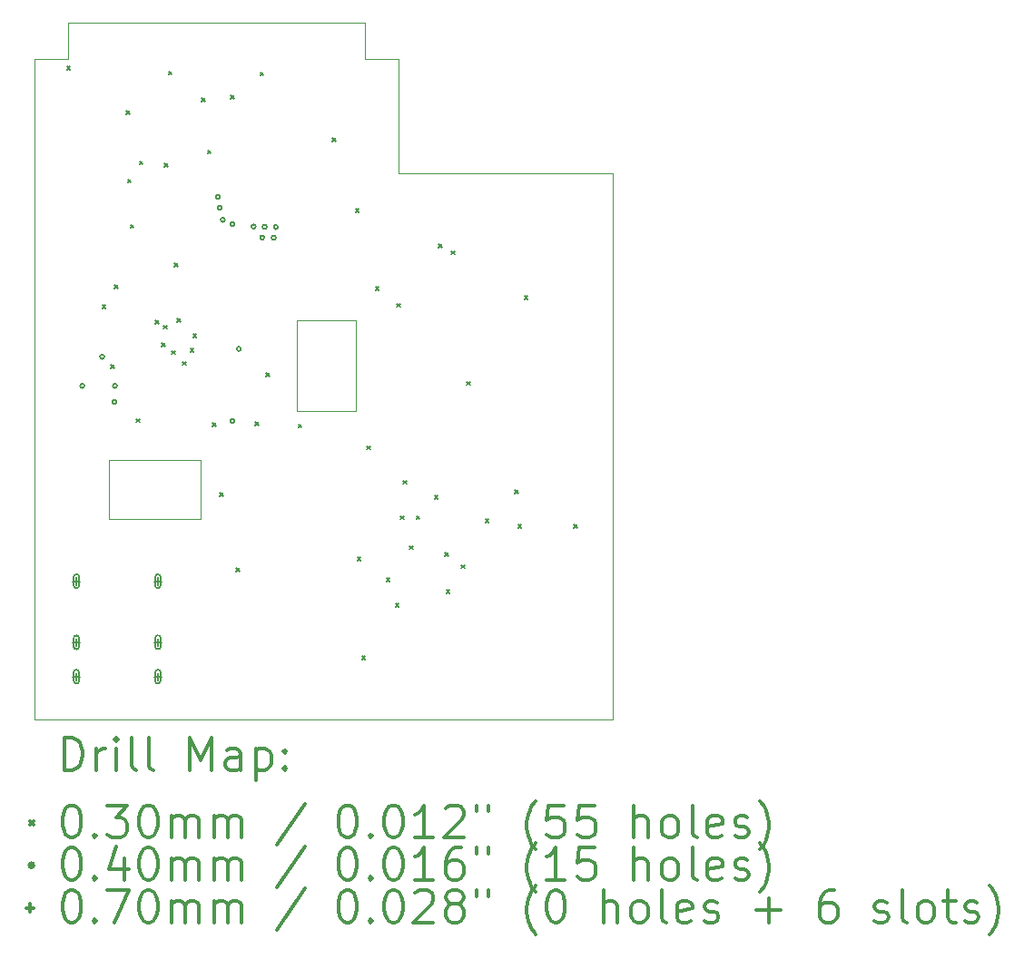
<source format=gbr>
%FSLAX45Y45*%
G04 Gerber Fmt 4.5, Leading zero omitted, Abs format (unit mm)*
G04 Created by KiCad (PCBNEW (5.1.7)-1) date 2022-01-01 19:06:48*
%MOMM*%
%LPD*%
G01*
G04 APERTURE LIST*
%TA.AperFunction,Profile*%
%ADD10C,0.100000*%
%TD*%
%ADD11C,0.200000*%
%ADD12C,0.300000*%
G04 APERTURE END LIST*
D10*
X6700000Y-6550000D02*
X6700000Y-7400000D01*
X7250000Y-6550000D02*
X6700000Y-6550000D01*
X6700000Y-7400000D02*
X7250000Y-7400000D01*
X7250000Y-7400000D02*
X7250000Y-6550000D01*
X4950000Y-8400000D02*
X5800000Y-8400000D01*
X4950000Y-7850000D02*
X4950000Y-8400000D01*
X5800000Y-7850000D02*
X4950000Y-7850000D01*
X5800000Y-8400000D02*
X5800000Y-7850000D01*
X7650000Y-5175000D02*
X7650000Y-4115000D01*
X9650000Y-5175000D02*
X7650000Y-5175000D01*
X9650000Y-10275000D02*
X9650000Y-5175000D01*
X7650000Y-10275000D02*
X9650000Y-10275000D01*
X6895000Y-10275000D02*
X4250000Y-10275000D01*
X4430000Y-4115000D02*
X4565000Y-4115000D01*
X4565000Y-4115000D02*
X4565000Y-3775000D01*
X4250000Y-4115000D02*
X4430000Y-4115000D01*
X7247410Y-3774720D02*
X7334970Y-3774720D01*
X7650000Y-4115000D02*
X7335000Y-4115000D01*
X7335000Y-4115000D02*
X7334970Y-3774720D01*
X4565000Y-3774720D02*
X7247410Y-3774720D01*
X4250000Y-4115000D02*
X4250000Y-10275000D01*
X6895000Y-10275000D02*
X7650000Y-10275000D01*
D11*
X4555000Y-4182500D02*
X4585000Y-4212500D01*
X4585000Y-4182500D02*
X4555000Y-4212500D01*
X4887500Y-6410000D02*
X4917500Y-6440000D01*
X4917500Y-6410000D02*
X4887500Y-6440000D01*
X4965000Y-6965000D02*
X4995000Y-6995000D01*
X4995000Y-6965000D02*
X4965000Y-6995000D01*
X5000000Y-6220000D02*
X5030000Y-6250000D01*
X5030000Y-6220000D02*
X5000000Y-6250000D01*
X5110000Y-4595000D02*
X5140000Y-4625000D01*
X5140000Y-4595000D02*
X5110000Y-4625000D01*
X5125000Y-5235000D02*
X5155000Y-5265000D01*
X5155000Y-5235000D02*
X5125000Y-5265000D01*
X5150000Y-5657500D02*
X5180000Y-5687500D01*
X5180000Y-5657500D02*
X5150000Y-5687500D01*
X5205000Y-7470000D02*
X5235000Y-7500000D01*
X5235000Y-7470000D02*
X5205000Y-7500000D01*
X5232500Y-5065000D02*
X5262500Y-5095000D01*
X5262500Y-5065000D02*
X5232500Y-5095000D01*
X5380000Y-6550000D02*
X5410000Y-6580000D01*
X5410000Y-6550000D02*
X5380000Y-6580000D01*
X5440000Y-6765000D02*
X5470000Y-6795000D01*
X5470000Y-6765000D02*
X5440000Y-6795000D01*
X5460000Y-6600000D02*
X5490000Y-6630000D01*
X5490000Y-6600000D02*
X5460000Y-6630000D01*
X5467500Y-5087500D02*
X5497500Y-5117500D01*
X5497500Y-5087500D02*
X5467500Y-5117500D01*
X5505000Y-4227500D02*
X5535000Y-4257500D01*
X5535000Y-4227500D02*
X5505000Y-4257500D01*
X5535000Y-6835000D02*
X5565000Y-6865000D01*
X5565000Y-6835000D02*
X5535000Y-6865000D01*
X5560000Y-6017500D02*
X5590000Y-6047500D01*
X5590000Y-6017500D02*
X5560000Y-6047500D01*
X5584999Y-6535000D02*
X5614999Y-6565000D01*
X5614999Y-6535000D02*
X5584999Y-6565000D01*
X5635000Y-6935000D02*
X5665000Y-6965000D01*
X5665000Y-6935000D02*
X5635000Y-6965000D01*
X5707497Y-6812500D02*
X5737497Y-6842500D01*
X5737497Y-6812500D02*
X5707497Y-6842500D01*
X5735000Y-6680000D02*
X5765000Y-6710000D01*
X5765000Y-6680000D02*
X5735000Y-6710000D01*
X5812500Y-4477500D02*
X5842500Y-4507500D01*
X5842500Y-4477500D02*
X5812500Y-4507500D01*
X5870000Y-4965000D02*
X5900000Y-4995000D01*
X5900000Y-4965000D02*
X5870000Y-4995000D01*
X5915000Y-7510000D02*
X5945000Y-7540000D01*
X5945000Y-7510000D02*
X5915000Y-7540000D01*
X5985000Y-8160000D02*
X6015000Y-8190000D01*
X6015000Y-8160000D02*
X5985000Y-8190000D01*
X6085000Y-4450000D02*
X6115000Y-4480000D01*
X6115000Y-4450000D02*
X6085000Y-4480000D01*
X6135000Y-8865000D02*
X6165000Y-8895000D01*
X6165000Y-8865000D02*
X6135000Y-8895000D01*
X6315000Y-7500000D02*
X6345000Y-7530000D01*
X6345000Y-7500000D02*
X6315000Y-7530000D01*
X6360000Y-4235000D02*
X6390000Y-4265000D01*
X6390000Y-4235000D02*
X6360000Y-4265000D01*
X6415000Y-7045000D02*
X6445000Y-7075000D01*
X6445000Y-7045000D02*
X6415000Y-7075000D01*
X6717500Y-7522500D02*
X6747500Y-7552500D01*
X6747500Y-7522500D02*
X6717500Y-7552500D01*
X7035000Y-4850000D02*
X7065000Y-4880000D01*
X7065000Y-4850000D02*
X7035000Y-4880000D01*
X7250000Y-5510000D02*
X7280000Y-5540000D01*
X7280000Y-5510000D02*
X7250000Y-5540000D01*
X7265000Y-8760000D02*
X7295000Y-8790000D01*
X7295000Y-8760000D02*
X7265000Y-8790000D01*
X7310000Y-9685000D02*
X7340000Y-9715000D01*
X7340000Y-9685000D02*
X7310000Y-9715000D01*
X7355000Y-7725000D02*
X7385000Y-7755000D01*
X7385000Y-7725000D02*
X7355000Y-7755000D01*
X7435284Y-6239799D02*
X7465284Y-6269799D01*
X7465284Y-6239799D02*
X7435284Y-6269799D01*
X7534999Y-8955001D02*
X7564999Y-8985001D01*
X7564999Y-8955001D02*
X7534999Y-8985001D01*
X7620000Y-9195000D02*
X7650000Y-9225000D01*
X7650000Y-9195000D02*
X7620000Y-9225000D01*
X7635000Y-6395000D02*
X7665000Y-6425000D01*
X7665000Y-6395000D02*
X7635000Y-6425000D01*
X7670000Y-8375000D02*
X7700000Y-8405000D01*
X7700000Y-8375000D02*
X7670000Y-8405000D01*
X7692500Y-8047500D02*
X7722500Y-8077500D01*
X7722500Y-8047500D02*
X7692500Y-8077500D01*
X7755000Y-8655000D02*
X7785000Y-8685000D01*
X7785000Y-8655000D02*
X7755000Y-8685000D01*
X7815000Y-8375000D02*
X7845000Y-8405000D01*
X7845000Y-8375000D02*
X7815000Y-8405000D01*
X7985000Y-8185000D02*
X8015000Y-8215000D01*
X8015000Y-8185000D02*
X7985000Y-8215000D01*
X8025000Y-5840000D02*
X8055000Y-5870000D01*
X8055000Y-5840000D02*
X8025000Y-5870000D01*
X8085000Y-8720000D02*
X8115000Y-8750000D01*
X8115000Y-8720000D02*
X8085000Y-8750000D01*
X8095000Y-9065000D02*
X8125000Y-9095000D01*
X8125000Y-9065000D02*
X8095000Y-9095000D01*
X8140000Y-5905000D02*
X8170000Y-5935000D01*
X8170000Y-5905000D02*
X8140000Y-5935000D01*
X8235000Y-8835000D02*
X8265000Y-8865000D01*
X8265000Y-8835000D02*
X8235000Y-8865000D01*
X8285000Y-7125000D02*
X8315000Y-7155000D01*
X8315000Y-7125000D02*
X8285000Y-7155000D01*
X8458750Y-8406250D02*
X8488750Y-8436250D01*
X8488750Y-8406250D02*
X8458750Y-8436250D01*
X8735000Y-8135000D02*
X8765000Y-8165000D01*
X8765000Y-8135000D02*
X8735000Y-8165000D01*
X8765000Y-8455000D02*
X8795000Y-8485000D01*
X8795000Y-8455000D02*
X8765000Y-8485000D01*
X8825000Y-6325000D02*
X8855000Y-6355000D01*
X8855000Y-6325000D02*
X8825000Y-6355000D01*
X9285000Y-8455000D02*
X9315000Y-8485000D01*
X9315000Y-8455000D02*
X9285000Y-8485000D01*
X4719000Y-7162800D02*
G75*
G03*
X4719000Y-7162800I-20000J0D01*
G01*
X4905000Y-6890000D02*
G75*
G03*
X4905000Y-6890000I-20000J0D01*
G01*
X5020000Y-7310000D02*
G75*
G03*
X5020000Y-7310000I-20000J0D01*
G01*
X5023800Y-7162800D02*
G75*
G03*
X5023800Y-7162800I-20000J0D01*
G01*
X5985000Y-5400000D02*
G75*
G03*
X5985000Y-5400000I-20000J0D01*
G01*
X6002500Y-5500000D02*
G75*
G03*
X6002500Y-5500000I-20000J0D01*
G01*
X6030000Y-5612500D02*
G75*
G03*
X6030000Y-5612500I-20000J0D01*
G01*
X6120000Y-5652500D02*
G75*
G03*
X6120000Y-5652500I-20000J0D01*
G01*
X6120000Y-7490000D02*
G75*
G03*
X6120000Y-7490000I-20000J0D01*
G01*
X6180000Y-6815451D02*
G75*
G03*
X6180000Y-6815451I-20000J0D01*
G01*
X6317500Y-5675000D02*
G75*
G03*
X6317500Y-5675000I-20000J0D01*
G01*
X6397500Y-5777500D02*
G75*
G03*
X6397500Y-5777500I-20000J0D01*
G01*
X6420000Y-5677500D02*
G75*
G03*
X6420000Y-5677500I-20000J0D01*
G01*
X6505000Y-5780000D02*
G75*
G03*
X6505000Y-5780000I-20000J0D01*
G01*
X6525000Y-5680000D02*
G75*
G03*
X6525000Y-5680000I-20000J0D01*
G01*
X4645000Y-8950000D02*
X4645000Y-9020000D01*
X4610000Y-8985000D02*
X4680000Y-8985000D01*
X4670000Y-9025000D02*
X4670000Y-8945000D01*
X4620000Y-9025000D02*
X4620000Y-8945000D01*
X4670000Y-8945000D02*
G75*
G03*
X4620000Y-8945000I-25000J0D01*
G01*
X4620000Y-9025000D02*
G75*
G03*
X4670000Y-9025000I25000J0D01*
G01*
X4645000Y-9520000D02*
X4645000Y-9590000D01*
X4610000Y-9555000D02*
X4680000Y-9555000D01*
X4670000Y-9595000D02*
X4670000Y-9515000D01*
X4620000Y-9595000D02*
X4620000Y-9515000D01*
X4670000Y-9515000D02*
G75*
G03*
X4620000Y-9515000I-25000J0D01*
G01*
X4620000Y-9595000D02*
G75*
G03*
X4670000Y-9595000I25000J0D01*
G01*
X4645000Y-9840000D02*
X4645000Y-9910000D01*
X4610000Y-9875000D02*
X4680000Y-9875000D01*
X4670000Y-9915000D02*
X4670000Y-9835000D01*
X4620000Y-9915000D02*
X4620000Y-9835000D01*
X4670000Y-9835000D02*
G75*
G03*
X4620000Y-9835000I-25000J0D01*
G01*
X4620000Y-9915000D02*
G75*
G03*
X4670000Y-9915000I25000J0D01*
G01*
X5405000Y-8950000D02*
X5405000Y-9020000D01*
X5370000Y-8985000D02*
X5440000Y-8985000D01*
X5430000Y-9025000D02*
X5430000Y-8945000D01*
X5380000Y-9025000D02*
X5380000Y-8945000D01*
X5430000Y-8945000D02*
G75*
G03*
X5380000Y-8945000I-25000J0D01*
G01*
X5380000Y-9025000D02*
G75*
G03*
X5430000Y-9025000I25000J0D01*
G01*
X5405000Y-9520000D02*
X5405000Y-9590000D01*
X5370000Y-9555000D02*
X5440000Y-9555000D01*
X5430000Y-9595000D02*
X5430000Y-9515000D01*
X5380000Y-9595000D02*
X5380000Y-9515000D01*
X5430000Y-9515000D02*
G75*
G03*
X5380000Y-9515000I-25000J0D01*
G01*
X5380000Y-9595000D02*
G75*
G03*
X5430000Y-9595000I25000J0D01*
G01*
X5405000Y-9840000D02*
X5405000Y-9910000D01*
X5370000Y-9875000D02*
X5440000Y-9875000D01*
X5430000Y-9915000D02*
X5430000Y-9835000D01*
X5380000Y-9915000D02*
X5380000Y-9835000D01*
X5430000Y-9835000D02*
G75*
G03*
X5380000Y-9835000I-25000J0D01*
G01*
X5380000Y-9915000D02*
G75*
G03*
X5430000Y-9915000I25000J0D01*
G01*
D12*
X4531428Y-10745714D02*
X4531428Y-10445714D01*
X4602857Y-10445714D01*
X4645714Y-10460000D01*
X4674286Y-10488572D01*
X4688571Y-10517143D01*
X4702857Y-10574286D01*
X4702857Y-10617143D01*
X4688571Y-10674286D01*
X4674286Y-10702857D01*
X4645714Y-10731429D01*
X4602857Y-10745714D01*
X4531428Y-10745714D01*
X4831428Y-10745714D02*
X4831428Y-10545714D01*
X4831428Y-10602857D02*
X4845714Y-10574286D01*
X4860000Y-10560000D01*
X4888571Y-10545714D01*
X4917143Y-10545714D01*
X5017143Y-10745714D02*
X5017143Y-10545714D01*
X5017143Y-10445714D02*
X5002857Y-10460000D01*
X5017143Y-10474286D01*
X5031428Y-10460000D01*
X5017143Y-10445714D01*
X5017143Y-10474286D01*
X5202857Y-10745714D02*
X5174286Y-10731429D01*
X5160000Y-10702857D01*
X5160000Y-10445714D01*
X5360000Y-10745714D02*
X5331428Y-10731429D01*
X5317143Y-10702857D01*
X5317143Y-10445714D01*
X5702857Y-10745714D02*
X5702857Y-10445714D01*
X5802857Y-10660000D01*
X5902857Y-10445714D01*
X5902857Y-10745714D01*
X6174286Y-10745714D02*
X6174286Y-10588572D01*
X6160000Y-10560000D01*
X6131428Y-10545714D01*
X6074286Y-10545714D01*
X6045714Y-10560000D01*
X6174286Y-10731429D02*
X6145714Y-10745714D01*
X6074286Y-10745714D01*
X6045714Y-10731429D01*
X6031428Y-10702857D01*
X6031428Y-10674286D01*
X6045714Y-10645714D01*
X6074286Y-10631429D01*
X6145714Y-10631429D01*
X6174286Y-10617143D01*
X6317143Y-10545714D02*
X6317143Y-10845714D01*
X6317143Y-10560000D02*
X6345714Y-10545714D01*
X6402857Y-10545714D01*
X6431428Y-10560000D01*
X6445714Y-10574286D01*
X6460000Y-10602857D01*
X6460000Y-10688572D01*
X6445714Y-10717143D01*
X6431428Y-10731429D01*
X6402857Y-10745714D01*
X6345714Y-10745714D01*
X6317143Y-10731429D01*
X6588571Y-10717143D02*
X6602857Y-10731429D01*
X6588571Y-10745714D01*
X6574286Y-10731429D01*
X6588571Y-10717143D01*
X6588571Y-10745714D01*
X6588571Y-10560000D02*
X6602857Y-10574286D01*
X6588571Y-10588572D01*
X6574286Y-10574286D01*
X6588571Y-10560000D01*
X6588571Y-10588572D01*
X4215000Y-11225000D02*
X4245000Y-11255000D01*
X4245000Y-11225000D02*
X4215000Y-11255000D01*
X4588571Y-11075714D02*
X4617143Y-11075714D01*
X4645714Y-11090000D01*
X4660000Y-11104286D01*
X4674286Y-11132857D01*
X4688571Y-11190000D01*
X4688571Y-11261429D01*
X4674286Y-11318571D01*
X4660000Y-11347143D01*
X4645714Y-11361429D01*
X4617143Y-11375714D01*
X4588571Y-11375714D01*
X4560000Y-11361429D01*
X4545714Y-11347143D01*
X4531428Y-11318571D01*
X4517143Y-11261429D01*
X4517143Y-11190000D01*
X4531428Y-11132857D01*
X4545714Y-11104286D01*
X4560000Y-11090000D01*
X4588571Y-11075714D01*
X4817143Y-11347143D02*
X4831428Y-11361429D01*
X4817143Y-11375714D01*
X4802857Y-11361429D01*
X4817143Y-11347143D01*
X4817143Y-11375714D01*
X4931428Y-11075714D02*
X5117143Y-11075714D01*
X5017143Y-11190000D01*
X5060000Y-11190000D01*
X5088571Y-11204286D01*
X5102857Y-11218571D01*
X5117143Y-11247143D01*
X5117143Y-11318571D01*
X5102857Y-11347143D01*
X5088571Y-11361429D01*
X5060000Y-11375714D01*
X4974286Y-11375714D01*
X4945714Y-11361429D01*
X4931428Y-11347143D01*
X5302857Y-11075714D02*
X5331428Y-11075714D01*
X5360000Y-11090000D01*
X5374286Y-11104286D01*
X5388571Y-11132857D01*
X5402857Y-11190000D01*
X5402857Y-11261429D01*
X5388571Y-11318571D01*
X5374286Y-11347143D01*
X5360000Y-11361429D01*
X5331428Y-11375714D01*
X5302857Y-11375714D01*
X5274286Y-11361429D01*
X5260000Y-11347143D01*
X5245714Y-11318571D01*
X5231428Y-11261429D01*
X5231428Y-11190000D01*
X5245714Y-11132857D01*
X5260000Y-11104286D01*
X5274286Y-11090000D01*
X5302857Y-11075714D01*
X5531428Y-11375714D02*
X5531428Y-11175714D01*
X5531428Y-11204286D02*
X5545714Y-11190000D01*
X5574286Y-11175714D01*
X5617143Y-11175714D01*
X5645714Y-11190000D01*
X5660000Y-11218571D01*
X5660000Y-11375714D01*
X5660000Y-11218571D02*
X5674286Y-11190000D01*
X5702857Y-11175714D01*
X5745714Y-11175714D01*
X5774286Y-11190000D01*
X5788571Y-11218571D01*
X5788571Y-11375714D01*
X5931428Y-11375714D02*
X5931428Y-11175714D01*
X5931428Y-11204286D02*
X5945714Y-11190000D01*
X5974286Y-11175714D01*
X6017143Y-11175714D01*
X6045714Y-11190000D01*
X6060000Y-11218571D01*
X6060000Y-11375714D01*
X6060000Y-11218571D02*
X6074286Y-11190000D01*
X6102857Y-11175714D01*
X6145714Y-11175714D01*
X6174286Y-11190000D01*
X6188571Y-11218571D01*
X6188571Y-11375714D01*
X6774286Y-11061429D02*
X6517143Y-11447143D01*
X7160000Y-11075714D02*
X7188571Y-11075714D01*
X7217143Y-11090000D01*
X7231428Y-11104286D01*
X7245714Y-11132857D01*
X7260000Y-11190000D01*
X7260000Y-11261429D01*
X7245714Y-11318571D01*
X7231428Y-11347143D01*
X7217143Y-11361429D01*
X7188571Y-11375714D01*
X7160000Y-11375714D01*
X7131428Y-11361429D01*
X7117143Y-11347143D01*
X7102857Y-11318571D01*
X7088571Y-11261429D01*
X7088571Y-11190000D01*
X7102857Y-11132857D01*
X7117143Y-11104286D01*
X7131428Y-11090000D01*
X7160000Y-11075714D01*
X7388571Y-11347143D02*
X7402857Y-11361429D01*
X7388571Y-11375714D01*
X7374286Y-11361429D01*
X7388571Y-11347143D01*
X7388571Y-11375714D01*
X7588571Y-11075714D02*
X7617143Y-11075714D01*
X7645714Y-11090000D01*
X7660000Y-11104286D01*
X7674286Y-11132857D01*
X7688571Y-11190000D01*
X7688571Y-11261429D01*
X7674286Y-11318571D01*
X7660000Y-11347143D01*
X7645714Y-11361429D01*
X7617143Y-11375714D01*
X7588571Y-11375714D01*
X7560000Y-11361429D01*
X7545714Y-11347143D01*
X7531428Y-11318571D01*
X7517143Y-11261429D01*
X7517143Y-11190000D01*
X7531428Y-11132857D01*
X7545714Y-11104286D01*
X7560000Y-11090000D01*
X7588571Y-11075714D01*
X7974286Y-11375714D02*
X7802857Y-11375714D01*
X7888571Y-11375714D02*
X7888571Y-11075714D01*
X7860000Y-11118572D01*
X7831428Y-11147143D01*
X7802857Y-11161429D01*
X8088571Y-11104286D02*
X8102857Y-11090000D01*
X8131428Y-11075714D01*
X8202857Y-11075714D01*
X8231428Y-11090000D01*
X8245714Y-11104286D01*
X8260000Y-11132857D01*
X8260000Y-11161429D01*
X8245714Y-11204286D01*
X8074286Y-11375714D01*
X8260000Y-11375714D01*
X8374286Y-11075714D02*
X8374286Y-11132857D01*
X8488571Y-11075714D02*
X8488571Y-11132857D01*
X8931428Y-11490000D02*
X8917143Y-11475714D01*
X8888571Y-11432857D01*
X8874286Y-11404286D01*
X8860000Y-11361429D01*
X8845714Y-11290000D01*
X8845714Y-11232857D01*
X8860000Y-11161429D01*
X8874286Y-11118572D01*
X8888571Y-11090000D01*
X8917143Y-11047143D01*
X8931428Y-11032857D01*
X9188571Y-11075714D02*
X9045714Y-11075714D01*
X9031428Y-11218571D01*
X9045714Y-11204286D01*
X9074286Y-11190000D01*
X9145714Y-11190000D01*
X9174286Y-11204286D01*
X9188571Y-11218571D01*
X9202857Y-11247143D01*
X9202857Y-11318571D01*
X9188571Y-11347143D01*
X9174286Y-11361429D01*
X9145714Y-11375714D01*
X9074286Y-11375714D01*
X9045714Y-11361429D01*
X9031428Y-11347143D01*
X9474286Y-11075714D02*
X9331428Y-11075714D01*
X9317143Y-11218571D01*
X9331428Y-11204286D01*
X9360000Y-11190000D01*
X9431428Y-11190000D01*
X9460000Y-11204286D01*
X9474286Y-11218571D01*
X9488571Y-11247143D01*
X9488571Y-11318571D01*
X9474286Y-11347143D01*
X9460000Y-11361429D01*
X9431428Y-11375714D01*
X9360000Y-11375714D01*
X9331428Y-11361429D01*
X9317143Y-11347143D01*
X9845714Y-11375714D02*
X9845714Y-11075714D01*
X9974286Y-11375714D02*
X9974286Y-11218571D01*
X9960000Y-11190000D01*
X9931428Y-11175714D01*
X9888571Y-11175714D01*
X9860000Y-11190000D01*
X9845714Y-11204286D01*
X10160000Y-11375714D02*
X10131428Y-11361429D01*
X10117143Y-11347143D01*
X10102857Y-11318571D01*
X10102857Y-11232857D01*
X10117143Y-11204286D01*
X10131428Y-11190000D01*
X10160000Y-11175714D01*
X10202857Y-11175714D01*
X10231428Y-11190000D01*
X10245714Y-11204286D01*
X10260000Y-11232857D01*
X10260000Y-11318571D01*
X10245714Y-11347143D01*
X10231428Y-11361429D01*
X10202857Y-11375714D01*
X10160000Y-11375714D01*
X10431428Y-11375714D02*
X10402857Y-11361429D01*
X10388571Y-11332857D01*
X10388571Y-11075714D01*
X10660000Y-11361429D02*
X10631428Y-11375714D01*
X10574286Y-11375714D01*
X10545714Y-11361429D01*
X10531428Y-11332857D01*
X10531428Y-11218571D01*
X10545714Y-11190000D01*
X10574286Y-11175714D01*
X10631428Y-11175714D01*
X10660000Y-11190000D01*
X10674286Y-11218571D01*
X10674286Y-11247143D01*
X10531428Y-11275714D01*
X10788571Y-11361429D02*
X10817143Y-11375714D01*
X10874286Y-11375714D01*
X10902857Y-11361429D01*
X10917143Y-11332857D01*
X10917143Y-11318571D01*
X10902857Y-11290000D01*
X10874286Y-11275714D01*
X10831428Y-11275714D01*
X10802857Y-11261429D01*
X10788571Y-11232857D01*
X10788571Y-11218571D01*
X10802857Y-11190000D01*
X10831428Y-11175714D01*
X10874286Y-11175714D01*
X10902857Y-11190000D01*
X11017143Y-11490000D02*
X11031428Y-11475714D01*
X11060000Y-11432857D01*
X11074286Y-11404286D01*
X11088571Y-11361429D01*
X11102857Y-11290000D01*
X11102857Y-11232857D01*
X11088571Y-11161429D01*
X11074286Y-11118572D01*
X11060000Y-11090000D01*
X11031428Y-11047143D01*
X11017143Y-11032857D01*
X4245000Y-11636000D02*
G75*
G03*
X4245000Y-11636000I-20000J0D01*
G01*
X4588571Y-11471714D02*
X4617143Y-11471714D01*
X4645714Y-11486000D01*
X4660000Y-11500286D01*
X4674286Y-11528857D01*
X4688571Y-11586000D01*
X4688571Y-11657429D01*
X4674286Y-11714571D01*
X4660000Y-11743143D01*
X4645714Y-11757429D01*
X4617143Y-11771714D01*
X4588571Y-11771714D01*
X4560000Y-11757429D01*
X4545714Y-11743143D01*
X4531428Y-11714571D01*
X4517143Y-11657429D01*
X4517143Y-11586000D01*
X4531428Y-11528857D01*
X4545714Y-11500286D01*
X4560000Y-11486000D01*
X4588571Y-11471714D01*
X4817143Y-11743143D02*
X4831428Y-11757429D01*
X4817143Y-11771714D01*
X4802857Y-11757429D01*
X4817143Y-11743143D01*
X4817143Y-11771714D01*
X5088571Y-11571714D02*
X5088571Y-11771714D01*
X5017143Y-11457429D02*
X4945714Y-11671714D01*
X5131428Y-11671714D01*
X5302857Y-11471714D02*
X5331428Y-11471714D01*
X5360000Y-11486000D01*
X5374286Y-11500286D01*
X5388571Y-11528857D01*
X5402857Y-11586000D01*
X5402857Y-11657429D01*
X5388571Y-11714571D01*
X5374286Y-11743143D01*
X5360000Y-11757429D01*
X5331428Y-11771714D01*
X5302857Y-11771714D01*
X5274286Y-11757429D01*
X5260000Y-11743143D01*
X5245714Y-11714571D01*
X5231428Y-11657429D01*
X5231428Y-11586000D01*
X5245714Y-11528857D01*
X5260000Y-11500286D01*
X5274286Y-11486000D01*
X5302857Y-11471714D01*
X5531428Y-11771714D02*
X5531428Y-11571714D01*
X5531428Y-11600286D02*
X5545714Y-11586000D01*
X5574286Y-11571714D01*
X5617143Y-11571714D01*
X5645714Y-11586000D01*
X5660000Y-11614571D01*
X5660000Y-11771714D01*
X5660000Y-11614571D02*
X5674286Y-11586000D01*
X5702857Y-11571714D01*
X5745714Y-11571714D01*
X5774286Y-11586000D01*
X5788571Y-11614571D01*
X5788571Y-11771714D01*
X5931428Y-11771714D02*
X5931428Y-11571714D01*
X5931428Y-11600286D02*
X5945714Y-11586000D01*
X5974286Y-11571714D01*
X6017143Y-11571714D01*
X6045714Y-11586000D01*
X6060000Y-11614571D01*
X6060000Y-11771714D01*
X6060000Y-11614571D02*
X6074286Y-11586000D01*
X6102857Y-11571714D01*
X6145714Y-11571714D01*
X6174286Y-11586000D01*
X6188571Y-11614571D01*
X6188571Y-11771714D01*
X6774286Y-11457429D02*
X6517143Y-11843143D01*
X7160000Y-11471714D02*
X7188571Y-11471714D01*
X7217143Y-11486000D01*
X7231428Y-11500286D01*
X7245714Y-11528857D01*
X7260000Y-11586000D01*
X7260000Y-11657429D01*
X7245714Y-11714571D01*
X7231428Y-11743143D01*
X7217143Y-11757429D01*
X7188571Y-11771714D01*
X7160000Y-11771714D01*
X7131428Y-11757429D01*
X7117143Y-11743143D01*
X7102857Y-11714571D01*
X7088571Y-11657429D01*
X7088571Y-11586000D01*
X7102857Y-11528857D01*
X7117143Y-11500286D01*
X7131428Y-11486000D01*
X7160000Y-11471714D01*
X7388571Y-11743143D02*
X7402857Y-11757429D01*
X7388571Y-11771714D01*
X7374286Y-11757429D01*
X7388571Y-11743143D01*
X7388571Y-11771714D01*
X7588571Y-11471714D02*
X7617143Y-11471714D01*
X7645714Y-11486000D01*
X7660000Y-11500286D01*
X7674286Y-11528857D01*
X7688571Y-11586000D01*
X7688571Y-11657429D01*
X7674286Y-11714571D01*
X7660000Y-11743143D01*
X7645714Y-11757429D01*
X7617143Y-11771714D01*
X7588571Y-11771714D01*
X7560000Y-11757429D01*
X7545714Y-11743143D01*
X7531428Y-11714571D01*
X7517143Y-11657429D01*
X7517143Y-11586000D01*
X7531428Y-11528857D01*
X7545714Y-11500286D01*
X7560000Y-11486000D01*
X7588571Y-11471714D01*
X7974286Y-11771714D02*
X7802857Y-11771714D01*
X7888571Y-11771714D02*
X7888571Y-11471714D01*
X7860000Y-11514571D01*
X7831428Y-11543143D01*
X7802857Y-11557429D01*
X8231428Y-11471714D02*
X8174286Y-11471714D01*
X8145714Y-11486000D01*
X8131428Y-11500286D01*
X8102857Y-11543143D01*
X8088571Y-11600286D01*
X8088571Y-11714571D01*
X8102857Y-11743143D01*
X8117143Y-11757429D01*
X8145714Y-11771714D01*
X8202857Y-11771714D01*
X8231428Y-11757429D01*
X8245714Y-11743143D01*
X8260000Y-11714571D01*
X8260000Y-11643143D01*
X8245714Y-11614571D01*
X8231428Y-11600286D01*
X8202857Y-11586000D01*
X8145714Y-11586000D01*
X8117143Y-11600286D01*
X8102857Y-11614571D01*
X8088571Y-11643143D01*
X8374286Y-11471714D02*
X8374286Y-11528857D01*
X8488571Y-11471714D02*
X8488571Y-11528857D01*
X8931428Y-11886000D02*
X8917143Y-11871714D01*
X8888571Y-11828857D01*
X8874286Y-11800286D01*
X8860000Y-11757429D01*
X8845714Y-11686000D01*
X8845714Y-11628857D01*
X8860000Y-11557429D01*
X8874286Y-11514571D01*
X8888571Y-11486000D01*
X8917143Y-11443143D01*
X8931428Y-11428857D01*
X9202857Y-11771714D02*
X9031428Y-11771714D01*
X9117143Y-11771714D02*
X9117143Y-11471714D01*
X9088571Y-11514571D01*
X9060000Y-11543143D01*
X9031428Y-11557429D01*
X9474286Y-11471714D02*
X9331428Y-11471714D01*
X9317143Y-11614571D01*
X9331428Y-11600286D01*
X9360000Y-11586000D01*
X9431428Y-11586000D01*
X9460000Y-11600286D01*
X9474286Y-11614571D01*
X9488571Y-11643143D01*
X9488571Y-11714571D01*
X9474286Y-11743143D01*
X9460000Y-11757429D01*
X9431428Y-11771714D01*
X9360000Y-11771714D01*
X9331428Y-11757429D01*
X9317143Y-11743143D01*
X9845714Y-11771714D02*
X9845714Y-11471714D01*
X9974286Y-11771714D02*
X9974286Y-11614571D01*
X9960000Y-11586000D01*
X9931428Y-11571714D01*
X9888571Y-11571714D01*
X9860000Y-11586000D01*
X9845714Y-11600286D01*
X10160000Y-11771714D02*
X10131428Y-11757429D01*
X10117143Y-11743143D01*
X10102857Y-11714571D01*
X10102857Y-11628857D01*
X10117143Y-11600286D01*
X10131428Y-11586000D01*
X10160000Y-11571714D01*
X10202857Y-11571714D01*
X10231428Y-11586000D01*
X10245714Y-11600286D01*
X10260000Y-11628857D01*
X10260000Y-11714571D01*
X10245714Y-11743143D01*
X10231428Y-11757429D01*
X10202857Y-11771714D01*
X10160000Y-11771714D01*
X10431428Y-11771714D02*
X10402857Y-11757429D01*
X10388571Y-11728857D01*
X10388571Y-11471714D01*
X10660000Y-11757429D02*
X10631428Y-11771714D01*
X10574286Y-11771714D01*
X10545714Y-11757429D01*
X10531428Y-11728857D01*
X10531428Y-11614571D01*
X10545714Y-11586000D01*
X10574286Y-11571714D01*
X10631428Y-11571714D01*
X10660000Y-11586000D01*
X10674286Y-11614571D01*
X10674286Y-11643143D01*
X10531428Y-11671714D01*
X10788571Y-11757429D02*
X10817143Y-11771714D01*
X10874286Y-11771714D01*
X10902857Y-11757429D01*
X10917143Y-11728857D01*
X10917143Y-11714571D01*
X10902857Y-11686000D01*
X10874286Y-11671714D01*
X10831428Y-11671714D01*
X10802857Y-11657429D01*
X10788571Y-11628857D01*
X10788571Y-11614571D01*
X10802857Y-11586000D01*
X10831428Y-11571714D01*
X10874286Y-11571714D01*
X10902857Y-11586000D01*
X11017143Y-11886000D02*
X11031428Y-11871714D01*
X11060000Y-11828857D01*
X11074286Y-11800286D01*
X11088571Y-11757429D01*
X11102857Y-11686000D01*
X11102857Y-11628857D01*
X11088571Y-11557429D01*
X11074286Y-11514571D01*
X11060000Y-11486000D01*
X11031428Y-11443143D01*
X11017143Y-11428857D01*
X4210000Y-11997000D02*
X4210000Y-12067000D01*
X4175000Y-12032000D02*
X4245000Y-12032000D01*
X4588571Y-11867714D02*
X4617143Y-11867714D01*
X4645714Y-11882000D01*
X4660000Y-11896286D01*
X4674286Y-11924857D01*
X4688571Y-11982000D01*
X4688571Y-12053429D01*
X4674286Y-12110571D01*
X4660000Y-12139143D01*
X4645714Y-12153429D01*
X4617143Y-12167714D01*
X4588571Y-12167714D01*
X4560000Y-12153429D01*
X4545714Y-12139143D01*
X4531428Y-12110571D01*
X4517143Y-12053429D01*
X4517143Y-11982000D01*
X4531428Y-11924857D01*
X4545714Y-11896286D01*
X4560000Y-11882000D01*
X4588571Y-11867714D01*
X4817143Y-12139143D02*
X4831428Y-12153429D01*
X4817143Y-12167714D01*
X4802857Y-12153429D01*
X4817143Y-12139143D01*
X4817143Y-12167714D01*
X4931428Y-11867714D02*
X5131428Y-11867714D01*
X5002857Y-12167714D01*
X5302857Y-11867714D02*
X5331428Y-11867714D01*
X5360000Y-11882000D01*
X5374286Y-11896286D01*
X5388571Y-11924857D01*
X5402857Y-11982000D01*
X5402857Y-12053429D01*
X5388571Y-12110571D01*
X5374286Y-12139143D01*
X5360000Y-12153429D01*
X5331428Y-12167714D01*
X5302857Y-12167714D01*
X5274286Y-12153429D01*
X5260000Y-12139143D01*
X5245714Y-12110571D01*
X5231428Y-12053429D01*
X5231428Y-11982000D01*
X5245714Y-11924857D01*
X5260000Y-11896286D01*
X5274286Y-11882000D01*
X5302857Y-11867714D01*
X5531428Y-12167714D02*
X5531428Y-11967714D01*
X5531428Y-11996286D02*
X5545714Y-11982000D01*
X5574286Y-11967714D01*
X5617143Y-11967714D01*
X5645714Y-11982000D01*
X5660000Y-12010571D01*
X5660000Y-12167714D01*
X5660000Y-12010571D02*
X5674286Y-11982000D01*
X5702857Y-11967714D01*
X5745714Y-11967714D01*
X5774286Y-11982000D01*
X5788571Y-12010571D01*
X5788571Y-12167714D01*
X5931428Y-12167714D02*
X5931428Y-11967714D01*
X5931428Y-11996286D02*
X5945714Y-11982000D01*
X5974286Y-11967714D01*
X6017143Y-11967714D01*
X6045714Y-11982000D01*
X6060000Y-12010571D01*
X6060000Y-12167714D01*
X6060000Y-12010571D02*
X6074286Y-11982000D01*
X6102857Y-11967714D01*
X6145714Y-11967714D01*
X6174286Y-11982000D01*
X6188571Y-12010571D01*
X6188571Y-12167714D01*
X6774286Y-11853429D02*
X6517143Y-12239143D01*
X7160000Y-11867714D02*
X7188571Y-11867714D01*
X7217143Y-11882000D01*
X7231428Y-11896286D01*
X7245714Y-11924857D01*
X7260000Y-11982000D01*
X7260000Y-12053429D01*
X7245714Y-12110571D01*
X7231428Y-12139143D01*
X7217143Y-12153429D01*
X7188571Y-12167714D01*
X7160000Y-12167714D01*
X7131428Y-12153429D01*
X7117143Y-12139143D01*
X7102857Y-12110571D01*
X7088571Y-12053429D01*
X7088571Y-11982000D01*
X7102857Y-11924857D01*
X7117143Y-11896286D01*
X7131428Y-11882000D01*
X7160000Y-11867714D01*
X7388571Y-12139143D02*
X7402857Y-12153429D01*
X7388571Y-12167714D01*
X7374286Y-12153429D01*
X7388571Y-12139143D01*
X7388571Y-12167714D01*
X7588571Y-11867714D02*
X7617143Y-11867714D01*
X7645714Y-11882000D01*
X7660000Y-11896286D01*
X7674286Y-11924857D01*
X7688571Y-11982000D01*
X7688571Y-12053429D01*
X7674286Y-12110571D01*
X7660000Y-12139143D01*
X7645714Y-12153429D01*
X7617143Y-12167714D01*
X7588571Y-12167714D01*
X7560000Y-12153429D01*
X7545714Y-12139143D01*
X7531428Y-12110571D01*
X7517143Y-12053429D01*
X7517143Y-11982000D01*
X7531428Y-11924857D01*
X7545714Y-11896286D01*
X7560000Y-11882000D01*
X7588571Y-11867714D01*
X7802857Y-11896286D02*
X7817143Y-11882000D01*
X7845714Y-11867714D01*
X7917143Y-11867714D01*
X7945714Y-11882000D01*
X7960000Y-11896286D01*
X7974286Y-11924857D01*
X7974286Y-11953429D01*
X7960000Y-11996286D01*
X7788571Y-12167714D01*
X7974286Y-12167714D01*
X8145714Y-11996286D02*
X8117143Y-11982000D01*
X8102857Y-11967714D01*
X8088571Y-11939143D01*
X8088571Y-11924857D01*
X8102857Y-11896286D01*
X8117143Y-11882000D01*
X8145714Y-11867714D01*
X8202857Y-11867714D01*
X8231428Y-11882000D01*
X8245714Y-11896286D01*
X8260000Y-11924857D01*
X8260000Y-11939143D01*
X8245714Y-11967714D01*
X8231428Y-11982000D01*
X8202857Y-11996286D01*
X8145714Y-11996286D01*
X8117143Y-12010571D01*
X8102857Y-12024857D01*
X8088571Y-12053429D01*
X8088571Y-12110571D01*
X8102857Y-12139143D01*
X8117143Y-12153429D01*
X8145714Y-12167714D01*
X8202857Y-12167714D01*
X8231428Y-12153429D01*
X8245714Y-12139143D01*
X8260000Y-12110571D01*
X8260000Y-12053429D01*
X8245714Y-12024857D01*
X8231428Y-12010571D01*
X8202857Y-11996286D01*
X8374286Y-11867714D02*
X8374286Y-11924857D01*
X8488571Y-11867714D02*
X8488571Y-11924857D01*
X8931428Y-12282000D02*
X8917143Y-12267714D01*
X8888571Y-12224857D01*
X8874286Y-12196286D01*
X8860000Y-12153429D01*
X8845714Y-12082000D01*
X8845714Y-12024857D01*
X8860000Y-11953429D01*
X8874286Y-11910571D01*
X8888571Y-11882000D01*
X8917143Y-11839143D01*
X8931428Y-11824857D01*
X9102857Y-11867714D02*
X9131428Y-11867714D01*
X9160000Y-11882000D01*
X9174286Y-11896286D01*
X9188571Y-11924857D01*
X9202857Y-11982000D01*
X9202857Y-12053429D01*
X9188571Y-12110571D01*
X9174286Y-12139143D01*
X9160000Y-12153429D01*
X9131428Y-12167714D01*
X9102857Y-12167714D01*
X9074286Y-12153429D01*
X9060000Y-12139143D01*
X9045714Y-12110571D01*
X9031428Y-12053429D01*
X9031428Y-11982000D01*
X9045714Y-11924857D01*
X9060000Y-11896286D01*
X9074286Y-11882000D01*
X9102857Y-11867714D01*
X9560000Y-12167714D02*
X9560000Y-11867714D01*
X9688571Y-12167714D02*
X9688571Y-12010571D01*
X9674286Y-11982000D01*
X9645714Y-11967714D01*
X9602857Y-11967714D01*
X9574286Y-11982000D01*
X9560000Y-11996286D01*
X9874286Y-12167714D02*
X9845714Y-12153429D01*
X9831428Y-12139143D01*
X9817143Y-12110571D01*
X9817143Y-12024857D01*
X9831428Y-11996286D01*
X9845714Y-11982000D01*
X9874286Y-11967714D01*
X9917143Y-11967714D01*
X9945714Y-11982000D01*
X9960000Y-11996286D01*
X9974286Y-12024857D01*
X9974286Y-12110571D01*
X9960000Y-12139143D01*
X9945714Y-12153429D01*
X9917143Y-12167714D01*
X9874286Y-12167714D01*
X10145714Y-12167714D02*
X10117143Y-12153429D01*
X10102857Y-12124857D01*
X10102857Y-11867714D01*
X10374286Y-12153429D02*
X10345714Y-12167714D01*
X10288571Y-12167714D01*
X10260000Y-12153429D01*
X10245714Y-12124857D01*
X10245714Y-12010571D01*
X10260000Y-11982000D01*
X10288571Y-11967714D01*
X10345714Y-11967714D01*
X10374286Y-11982000D01*
X10388571Y-12010571D01*
X10388571Y-12039143D01*
X10245714Y-12067714D01*
X10502857Y-12153429D02*
X10531428Y-12167714D01*
X10588571Y-12167714D01*
X10617143Y-12153429D01*
X10631428Y-12124857D01*
X10631428Y-12110571D01*
X10617143Y-12082000D01*
X10588571Y-12067714D01*
X10545714Y-12067714D01*
X10517143Y-12053429D01*
X10502857Y-12024857D01*
X10502857Y-12010571D01*
X10517143Y-11982000D01*
X10545714Y-11967714D01*
X10588571Y-11967714D01*
X10617143Y-11982000D01*
X10988571Y-12053429D02*
X11217143Y-12053429D01*
X11102857Y-12167714D02*
X11102857Y-11939143D01*
X11717143Y-11867714D02*
X11660000Y-11867714D01*
X11631428Y-11882000D01*
X11617143Y-11896286D01*
X11588571Y-11939143D01*
X11574286Y-11996286D01*
X11574286Y-12110571D01*
X11588571Y-12139143D01*
X11602857Y-12153429D01*
X11631428Y-12167714D01*
X11688571Y-12167714D01*
X11717143Y-12153429D01*
X11731428Y-12139143D01*
X11745714Y-12110571D01*
X11745714Y-12039143D01*
X11731428Y-12010571D01*
X11717143Y-11996286D01*
X11688571Y-11982000D01*
X11631428Y-11982000D01*
X11602857Y-11996286D01*
X11588571Y-12010571D01*
X11574286Y-12039143D01*
X12088571Y-12153429D02*
X12117143Y-12167714D01*
X12174286Y-12167714D01*
X12202857Y-12153429D01*
X12217143Y-12124857D01*
X12217143Y-12110571D01*
X12202857Y-12082000D01*
X12174286Y-12067714D01*
X12131428Y-12067714D01*
X12102857Y-12053429D01*
X12088571Y-12024857D01*
X12088571Y-12010571D01*
X12102857Y-11982000D01*
X12131428Y-11967714D01*
X12174286Y-11967714D01*
X12202857Y-11982000D01*
X12388571Y-12167714D02*
X12360000Y-12153429D01*
X12345714Y-12124857D01*
X12345714Y-11867714D01*
X12545714Y-12167714D02*
X12517143Y-12153429D01*
X12502857Y-12139143D01*
X12488571Y-12110571D01*
X12488571Y-12024857D01*
X12502857Y-11996286D01*
X12517143Y-11982000D01*
X12545714Y-11967714D01*
X12588571Y-11967714D01*
X12617143Y-11982000D01*
X12631428Y-11996286D01*
X12645714Y-12024857D01*
X12645714Y-12110571D01*
X12631428Y-12139143D01*
X12617143Y-12153429D01*
X12588571Y-12167714D01*
X12545714Y-12167714D01*
X12731428Y-11967714D02*
X12845714Y-11967714D01*
X12774286Y-11867714D02*
X12774286Y-12124857D01*
X12788571Y-12153429D01*
X12817143Y-12167714D01*
X12845714Y-12167714D01*
X12931428Y-12153429D02*
X12960000Y-12167714D01*
X13017143Y-12167714D01*
X13045714Y-12153429D01*
X13060000Y-12124857D01*
X13060000Y-12110571D01*
X13045714Y-12082000D01*
X13017143Y-12067714D01*
X12974286Y-12067714D01*
X12945714Y-12053429D01*
X12931428Y-12024857D01*
X12931428Y-12010571D01*
X12945714Y-11982000D01*
X12974286Y-11967714D01*
X13017143Y-11967714D01*
X13045714Y-11982000D01*
X13160000Y-12282000D02*
X13174286Y-12267714D01*
X13202857Y-12224857D01*
X13217143Y-12196286D01*
X13231428Y-12153429D01*
X13245714Y-12082000D01*
X13245714Y-12024857D01*
X13231428Y-11953429D01*
X13217143Y-11910571D01*
X13202857Y-11882000D01*
X13174286Y-11839143D01*
X13160000Y-11824857D01*
M02*

</source>
